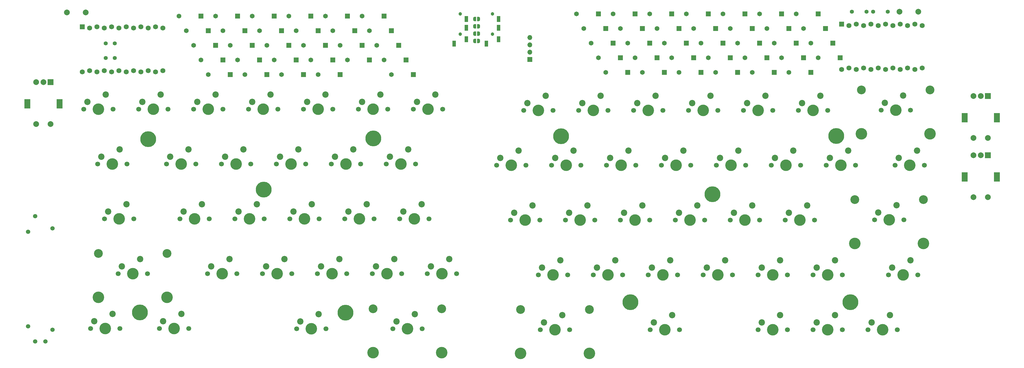
<source format=gbr>
%TF.GenerationSoftware,KiCad,Pcbnew,(7.0.0)*%
%TF.CreationDate,2023-09-10T10:39:49-04:00*%
%TF.ProjectId,RMK-complete,524d4b2d-636f-46d7-906c-6574652e6b69,rev?*%
%TF.SameCoordinates,Original*%
%TF.FileFunction,Soldermask,Top*%
%TF.FilePolarity,Negative*%
%FSLAX46Y46*%
G04 Gerber Fmt 4.6, Leading zero omitted, Abs format (unit mm)*
G04 Created by KiCad (PCBNEW (7.0.0)) date 2023-09-10 10:39:49*
%MOMM*%
%LPD*%
G01*
G04 APERTURE LIST*
G04 Aperture macros list*
%AMFreePoly0*
4,1,19,0.500000,-0.750000,0.000000,-0.750000,0.000000,-0.744911,-0.071157,-0.744911,-0.207708,-0.704816,-0.327430,-0.627875,-0.420627,-0.520320,-0.479746,-0.390866,-0.500000,-0.250000,-0.500000,0.250000,-0.479746,0.390866,-0.420627,0.520320,-0.327430,0.627875,-0.207708,0.704816,-0.071157,0.744911,0.000000,0.744911,0.000000,0.750000,0.500000,0.750000,0.500000,-0.750000,0.500000,-0.750000,
$1*%
%AMFreePoly1*
4,1,19,0.000000,0.744911,0.071157,0.744911,0.207708,0.704816,0.327430,0.627875,0.420627,0.520320,0.479746,0.390866,0.500000,0.250000,0.500000,-0.250000,0.479746,-0.390866,0.420627,-0.520320,0.327430,-0.627875,0.207708,-0.704816,0.071157,-0.744911,0.000000,-0.744911,0.000000,-0.750000,-0.500000,-0.750000,-0.500000,0.750000,0.000000,0.750000,0.000000,0.744911,0.000000,0.744911,
$1*%
G04 Aperture macros list end*
%ADD10C,1.651000*%
%ADD11R,1.651000X1.651000*%
%ADD12R,2.000000X3.200000*%
%ADD13R,2.000000X2.000000*%
%ADD14C,2.000000*%
%ADD15C,1.700000*%
%ADD16C,4.000000*%
%ADD17C,2.200000*%
%ADD18C,1.397000*%
%ADD19C,3.050000*%
%ADD20C,5.500000*%
%ADD21C,1.200000*%
%ADD22R,1.200000X2.100000*%
%ADD23C,1.500000*%
%ADD24FreePoly0,0.000000*%
%ADD25FreePoly1,0.000000*%
%ADD26R,1.700000X1.700000*%
%ADD27O,1.700000X1.700000*%
%ADD28R,1.752600X1.752600*%
%ADD29C,1.752600*%
G04 APERTURE END LIST*
D10*
%TO.C,D28*%
X160883600Y-92837000D03*
D11*
X168503599Y-92836999D03*
%TD*%
D12*
%TO.C,ROT1*%
X50913599Y-113156999D03*
X39713599Y-113156999D03*
D13*
X47813599Y-105656999D03*
D14*
X42813600Y-105657000D03*
X45313600Y-105657000D03*
X42813600Y-120157000D03*
X47813600Y-120157000D03*
%TD*%
D10*
%TO.C,D17*%
X270767381Y-86988838D03*
D11*
X278387380Y-86988837D03*
%TD*%
D15*
%TO.C,SW19*%
X140309600Y-172212000D03*
D16*
X145389600Y-172212000D03*
D15*
X150469600Y-172212000D03*
D17*
X147929600Y-167132000D03*
X141579600Y-169672000D03*
%TD*%
D18*
%TO.C,R1*%
X338077381Y-81146838D03*
X332997381Y-81146838D03*
%TD*%
D10*
%TO.C,D7*%
X245367381Y-86988838D03*
D11*
X252987380Y-86988837D03*
%TD*%
D10*
%TO.C,D27*%
X296167381Y-86988838D03*
D11*
X303787380Y-86988837D03*
%TD*%
D15*
%TO.C,SW27*%
X164185600Y-134112000D03*
D16*
X169265600Y-134112000D03*
D15*
X174345600Y-134112000D03*
D17*
X171805600Y-129032000D03*
X165455600Y-131572000D03*
%TD*%
D15*
%TO.C,SW32*%
X316741381Y-134486838D03*
D16*
X321821381Y-134486838D03*
D15*
X326901381Y-134486838D03*
D17*
X324361381Y-129406838D03*
X318011381Y-131946838D03*
%TD*%
D10*
%TO.C,D6*%
X105003600Y-82677000D03*
D11*
X112623599Y-82676999D03*
%TD*%
D15*
%TO.C,SW23*%
X283467381Y-153536838D03*
D16*
X288547381Y-153536838D03*
D15*
X293627381Y-153536838D03*
D17*
X291087381Y-148456838D03*
X284737381Y-150996838D03*
%TD*%
D10*
%TO.C,D31*%
X165963600Y-102997000D03*
D11*
X173583599Y-102996999D03*
%TD*%
D10*
%TO.C,D19*%
X275847381Y-97148838D03*
D11*
X283467380Y-97148837D03*
%TD*%
D10*
%TO.C,D12*%
X120243600Y-87757000D03*
D11*
X127863599Y-87756999D03*
%TD*%
D15*
%TO.C,SW4*%
X216919381Y-172586838D03*
D16*
X221999381Y-172586838D03*
D15*
X227079381Y-172586838D03*
D17*
X224539381Y-167506838D03*
X218189381Y-170046838D03*
%TD*%
D12*
%TO.C,ROT1*%
X375935380Y-138550837D03*
X364735380Y-138550837D03*
D13*
X372835380Y-131050837D03*
D14*
X367835381Y-131050838D03*
X370335381Y-131050838D03*
X367835381Y-145550838D03*
X372835381Y-145550838D03*
%TD*%
D10*
%TO.C,D12*%
X258067381Y-86988838D03*
D11*
X265687380Y-86988837D03*
%TD*%
D15*
%TO.C,SW11*%
X97383600Y-115062000D03*
D16*
X102463600Y-115062000D03*
D15*
X107543600Y-115062000D03*
D17*
X105003600Y-109982000D03*
X98653600Y-112522000D03*
%TD*%
D10*
%TO.C,D7*%
X107543600Y-87757000D03*
D11*
X115163599Y-87756999D03*
%TD*%
D10*
%TO.C,D18*%
X135483600Y-92837000D03*
D11*
X143103599Y-92836999D03*
%TD*%
D15*
%TO.C,SW29*%
X178409600Y-172212000D03*
D16*
X183489600Y-172212000D03*
D15*
X188569600Y-172212000D03*
D17*
X186029600Y-167132000D03*
X179679600Y-169672000D03*
%TD*%
D15*
%TO.C,SW7*%
X221491381Y-134486838D03*
D16*
X226571381Y-134486838D03*
D15*
X231651381Y-134486838D03*
D17*
X229111381Y-129406838D03*
X222761381Y-131946838D03*
%TD*%
D18*
%TO.C,R1*%
X70078600Y-97282000D03*
X70078600Y-92202000D03*
%TD*%
D19*
%TO.C,SW20*%
X159651600Y-184323000D03*
D16*
X159651600Y-199563000D03*
D15*
X166471600Y-191323000D03*
D16*
X171551600Y-191323000D03*
D15*
X176631600Y-191323000D03*
D19*
X183451600Y-184323000D03*
D16*
X183451600Y-199563000D03*
D17*
X174091600Y-186243000D03*
X167741600Y-188783000D03*
%TD*%
D14*
%TO.C,SW_A1*%
X342193381Y-81146838D03*
X348693381Y-81146838D03*
%TD*%
D15*
%TO.C,SW25*%
X331219381Y-191636838D03*
D16*
X336299381Y-191636838D03*
D15*
X341379381Y-191636838D03*
D17*
X338839381Y-186556838D03*
X332489381Y-189096838D03*
%TD*%
D10*
%TO.C,D34*%
X311407381Y-92068838D03*
D11*
X319027380Y-92068837D03*
%TD*%
D10*
%TO.C,D8*%
X247907381Y-92068838D03*
D11*
X255527380Y-92068837D03*
%TD*%
D10*
%TO.C,D22*%
X283467381Y-86988838D03*
D11*
X291087380Y-86988837D03*
%TD*%
D10*
%TO.C,D26*%
X155803600Y-82677000D03*
D11*
X163423599Y-82676999D03*
%TD*%
D15*
%TO.C,SW34*%
X338331381Y-172586838D03*
D16*
X343411381Y-172586838D03*
D15*
X348491381Y-172586838D03*
D17*
X345951381Y-167506838D03*
X339601381Y-170046838D03*
%TD*%
D15*
%TO.C,SW12*%
X107035600Y-134112000D03*
D16*
X112115600Y-134112000D03*
D15*
X117195600Y-134112000D03*
D17*
X114655600Y-129032000D03*
X108305600Y-131572000D03*
%TD*%
D14*
%TO.C,SW_A1*%
X53493600Y-81407000D03*
X59993600Y-81407000D03*
%TD*%
D20*
%TO.C,*%
X81661000Y-125476000D03*
%TD*%
D10*
%TO.C,D11*%
X255527381Y-81908838D03*
D11*
X263147380Y-81908837D03*
%TD*%
D15*
%TO.C,SW24*%
X159359600Y-172212000D03*
D16*
X164439600Y-172212000D03*
D15*
X169519600Y-172212000D03*
D17*
X166979600Y-167132000D03*
X160629600Y-169672000D03*
%TD*%
D10*
%TO.C,D26*%
X293627381Y-81908838D03*
D11*
X301247380Y-81908837D03*
%TD*%
D10*
%TO.C,D9*%
X250447381Y-97148838D03*
D11*
X258067380Y-97148837D03*
%TD*%
D10*
%TO.C,D5*%
X102463600Y-102997000D03*
D11*
X110083599Y-102996999D03*
%TD*%
D19*
%TO.C,SW4*%
X64401600Y-165146000D03*
D16*
X64401600Y-180386000D03*
D15*
X71221600Y-172146000D03*
D16*
X76301600Y-172146000D03*
D15*
X81381600Y-172146000D03*
D19*
X88201600Y-165146000D03*
D16*
X88201600Y-180386000D03*
D17*
X78841600Y-167066000D03*
X72491600Y-169606000D03*
%TD*%
D15*
%TO.C,SW6*%
X230889381Y-115436838D03*
D16*
X235969381Y-115436838D03*
D15*
X241049381Y-115436838D03*
D17*
X238509381Y-110356838D03*
X232159381Y-112896838D03*
%TD*%
D15*
%TO.C,SW2*%
X64109600Y-134112000D03*
D16*
X69189600Y-134112000D03*
D15*
X74269600Y-134112000D03*
D17*
X71729600Y-129032000D03*
X65379600Y-131572000D03*
%TD*%
D15*
%TO.C,SW27*%
X297691381Y-134486838D03*
D16*
X302771381Y-134486838D03*
D15*
X307851381Y-134486838D03*
D17*
X305311381Y-129406838D03*
X298961381Y-131946838D03*
%TD*%
D15*
%TO.C,SW9*%
X102209600Y-172212000D03*
D16*
X107289600Y-172212000D03*
D15*
X112369600Y-172212000D03*
D17*
X109829600Y-167132000D03*
X103479600Y-169672000D03*
%TD*%
D21*
%TO.C,U2*%
X201015600Y-81914500D03*
X201015600Y-88914500D03*
D22*
X203115599Y-90714499D03*
X203115599Y-86714499D03*
X203115599Y-83714499D03*
X198915599Y-92214499D03*
%TD*%
D10*
%TO.C,D10*%
X252987381Y-102228838D03*
D11*
X260607380Y-102228837D03*
%TD*%
D10*
%TO.C,D31*%
X303787381Y-102228838D03*
D11*
X311407380Y-102228837D03*
%TD*%
D19*
%TO.C,SW33*%
X326685381Y-146470838D03*
D16*
X326685381Y-161710838D03*
D15*
X333505381Y-153470838D03*
D16*
X338585381Y-153470838D03*
D15*
X343665381Y-153470838D03*
D19*
X350485381Y-146470838D03*
D16*
X350485381Y-161710838D03*
D17*
X341125381Y-148390838D03*
X334775381Y-150930838D03*
%TD*%
D10*
%TO.C,D19*%
X138023600Y-97917000D03*
D11*
X145643599Y-97916999D03*
%TD*%
D10*
%TO.C,D2*%
X94843600Y-87757000D03*
D11*
X102463599Y-87756999D03*
%TD*%
D15*
%TO.C,SW21*%
X135483600Y-115062000D03*
D16*
X140563600Y-115062000D03*
D15*
X145643600Y-115062000D03*
D17*
X143103600Y-109982000D03*
X136753600Y-112522000D03*
%TD*%
D19*
%TO.C,SW31*%
X328971381Y-108370838D03*
D16*
X328971381Y-123610838D03*
D15*
X335791381Y-115370838D03*
D16*
X340871381Y-115370838D03*
D15*
X345951381Y-115370838D03*
D19*
X352771381Y-108370838D03*
D16*
X352771381Y-123610838D03*
D17*
X343411381Y-110290838D03*
X337061381Y-112830838D03*
%TD*%
D15*
%TO.C,SW28*%
X302517381Y-153536838D03*
D16*
X307597381Y-153536838D03*
D15*
X312677381Y-153536838D03*
D17*
X310137381Y-148456838D03*
X303787381Y-150996838D03*
%TD*%
D15*
%TO.C,SW35*%
X340617381Y-134486838D03*
D16*
X345697381Y-134486838D03*
D15*
X350777381Y-134486838D03*
D17*
X348237381Y-129406838D03*
X341887381Y-131946838D03*
%TD*%
D15*
%TO.C,SW1*%
X211839381Y-115436838D03*
D16*
X216919381Y-115436838D03*
D15*
X221999381Y-115436838D03*
D17*
X219459381Y-110356838D03*
X213109381Y-112896838D03*
%TD*%
D15*
%TO.C,SW24*%
X293119381Y-172586838D03*
D16*
X298199381Y-172586838D03*
D15*
X303279381Y-172586838D03*
D17*
X300739381Y-167506838D03*
X294389381Y-170046838D03*
%TD*%
D10*
%TO.C,D8*%
X110083600Y-92837000D03*
D11*
X117703599Y-92836999D03*
%TD*%
D18*
%TO.C,R2*%
X330711381Y-81146838D03*
X325631381Y-81146838D03*
%TD*%
D15*
%TO.C,SW11*%
X249939381Y-115436838D03*
D16*
X255019381Y-115436838D03*
D15*
X260099381Y-115436838D03*
D17*
X257559381Y-110356838D03*
X251209381Y-112896838D03*
%TD*%
D15*
%TO.C,SW13*%
X111734600Y-153162000D03*
D16*
X116814600Y-153162000D03*
D15*
X121894600Y-153162000D03*
D17*
X119354600Y-148082000D03*
X113004600Y-150622000D03*
%TD*%
D10*
%TO.C,D20*%
X140563600Y-102997000D03*
D11*
X148183599Y-102996999D03*
%TD*%
D12*
%TO.C,ROT2*%
X375935380Y-117976837D03*
X364735380Y-117976837D03*
D13*
X372835380Y-110476837D03*
D14*
X367835381Y-110476838D03*
X370335381Y-110476838D03*
X367835381Y-124976838D03*
X372835381Y-124976838D03*
%TD*%
D15*
%TO.C,SW14*%
X255019381Y-172586838D03*
D16*
X260099381Y-172586838D03*
D15*
X265179381Y-172586838D03*
D17*
X262639381Y-167506838D03*
X256289381Y-170046838D03*
%TD*%
D15*
%TO.C,SW7*%
X87985600Y-134112000D03*
D16*
X93065600Y-134112000D03*
D15*
X98145600Y-134112000D03*
D17*
X95605600Y-129032000D03*
X89255600Y-131572000D03*
%TD*%
D15*
%TO.C,SW31*%
X173583600Y-115062000D03*
D16*
X178663600Y-115062000D03*
D15*
X183743600Y-115062000D03*
D17*
X181203600Y-109982000D03*
X174853600Y-112522000D03*
%TD*%
D15*
%TO.C,SW19*%
X274069381Y-172586838D03*
D16*
X279149381Y-172586838D03*
D15*
X284229381Y-172586838D03*
D17*
X281689381Y-167506838D03*
X275339381Y-170046838D03*
%TD*%
D15*
%TO.C,SW28*%
X168884600Y-153162000D03*
D16*
X173964600Y-153162000D03*
D15*
X179044600Y-153162000D03*
D17*
X176504600Y-148082000D03*
X170154600Y-150622000D03*
%TD*%
D10*
%TO.C,D14*%
X125323600Y-97917000D03*
D11*
X132943599Y-97916999D03*
%TD*%
D10*
%TO.C,D16*%
X130403600Y-82677000D03*
D11*
X138023599Y-82676999D03*
%TD*%
D15*
%TO.C,SW15*%
X293119381Y-191636838D03*
D16*
X298199381Y-191636838D03*
D15*
X303279381Y-191636838D03*
D17*
X300739381Y-186556838D03*
X294389381Y-189096838D03*
%TD*%
D18*
%TO.C,R2*%
X66903600Y-97282000D03*
X66903600Y-92202000D03*
%TD*%
D23*
%TO.C,RV1*%
X48463600Y-191622000D03*
X39963600Y-190422000D03*
X39963600Y-157622000D03*
X48463600Y-156422000D03*
X42463600Y-195722000D03*
X45963600Y-195722000D03*
X42463600Y-152222000D03*
%TD*%
D15*
%TO.C,SW16*%
X268989381Y-115436838D03*
D16*
X274069381Y-115436838D03*
D15*
X279149381Y-115436838D03*
D17*
X276609381Y-110356838D03*
X270259381Y-112896838D03*
%TD*%
D20*
%TO.C,*%
X121691400Y-143002000D03*
%TD*%
%TO.C,*%
X224815400Y-124409200D03*
%TD*%
D15*
%TO.C,SW2*%
X202441381Y-134486838D03*
D16*
X207521381Y-134486838D03*
D15*
X212601381Y-134486838D03*
D17*
X210061381Y-129406838D03*
X203711381Y-131946838D03*
%TD*%
D15*
%TO.C,SW17*%
X126085600Y-134112000D03*
D16*
X131165600Y-134112000D03*
D15*
X136245600Y-134112000D03*
D17*
X133705600Y-129032000D03*
X127355600Y-131572000D03*
%TD*%
D15*
%TO.C,SW22*%
X278641381Y-134486838D03*
D16*
X283721381Y-134486838D03*
D15*
X288801381Y-134486838D03*
D17*
X286261381Y-129406838D03*
X279911381Y-131946838D03*
%TD*%
D15*
%TO.C,SW14*%
X121259600Y-172212000D03*
D16*
X126339600Y-172212000D03*
D15*
X131419600Y-172212000D03*
D17*
X128879600Y-167132000D03*
X122529600Y-169672000D03*
%TD*%
D10*
%TO.C,D1*%
X230127381Y-81908838D03*
D11*
X237747380Y-81908837D03*
%TD*%
D15*
%TO.C,SW21*%
X288039381Y-115436838D03*
D16*
X293119381Y-115436838D03*
D15*
X298199381Y-115436838D03*
D17*
X295659381Y-110356838D03*
X289309381Y-112896838D03*
%TD*%
D15*
%TO.C,SW8*%
X226317381Y-153536838D03*
D16*
X231397381Y-153536838D03*
D15*
X236477381Y-153536838D03*
D17*
X233937381Y-148456838D03*
X227587381Y-150996838D03*
%TD*%
D10*
%TO.C,D27*%
X158343600Y-87757000D03*
D11*
X165963599Y-87756999D03*
%TD*%
D10*
%TO.C,D32*%
X306327381Y-81908838D03*
D11*
X313947380Y-81908837D03*
%TD*%
D10*
%TO.C,D4*%
X99923600Y-97917000D03*
D11*
X107543599Y-97916999D03*
%TD*%
D15*
%TO.C,SW13*%
X245367381Y-153536838D03*
D16*
X250447381Y-153536838D03*
D15*
X255527381Y-153536838D03*
D17*
X252987381Y-148456838D03*
X246637381Y-150996838D03*
%TD*%
D10*
%TO.C,D15*%
X127863600Y-102997000D03*
D11*
X135483599Y-102996999D03*
%TD*%
D15*
%TO.C,SW6*%
X78333600Y-115062000D03*
D16*
X83413600Y-115062000D03*
D15*
X88493600Y-115062000D03*
D17*
X85953600Y-109982000D03*
X79603600Y-112522000D03*
%TD*%
D20*
%TO.C,*%
X277342600Y-144576800D03*
%TD*%
D24*
%TO.C,*%
X194879200Y-83718400D03*
D25*
X196179200Y-83718400D03*
%TD*%
D10*
%TO.C,D13*%
X260607381Y-92068838D03*
D11*
X268227380Y-92068837D03*
%TD*%
D26*
%TO.C,J1*%
X213947980Y-97773837D03*
D27*
X213947980Y-95233837D03*
X213947980Y-92693837D03*
X213947980Y-90153837D03*
%TD*%
D10*
%TO.C,D3*%
X97383600Y-92837000D03*
D11*
X105003599Y-92836999D03*
%TD*%
D10*
%TO.C,D5*%
X240287381Y-102228838D03*
D11*
X247907380Y-102228837D03*
%TD*%
D15*
%TO.C,SW12*%
X240541381Y-134486838D03*
D16*
X245621381Y-134486838D03*
D15*
X250701381Y-134486838D03*
D17*
X248161381Y-129406838D03*
X241811381Y-131946838D03*
%TD*%
D24*
%TO.C,*%
X194879200Y-88798400D03*
D25*
X196179200Y-88798400D03*
%TD*%
D10*
%TO.C,D4*%
X237747381Y-97148838D03*
D11*
X245367380Y-97148837D03*
%TD*%
D15*
%TO.C,SW26*%
X154533600Y-115062000D03*
D16*
X159613600Y-115062000D03*
D15*
X164693600Y-115062000D03*
D17*
X162153600Y-109982000D03*
X155803600Y-112522000D03*
%TD*%
D15*
%TO.C,SW18*%
X130784600Y-153162000D03*
D16*
X135864600Y-153162000D03*
D15*
X140944600Y-153162000D03*
D17*
X138404600Y-148082000D03*
X132054600Y-150622000D03*
%TD*%
D20*
%TO.C,*%
X150088600Y-185724800D03*
%TD*%
D10*
%TO.C,D6*%
X242827381Y-81908838D03*
D11*
X250447380Y-81908837D03*
%TD*%
D15*
%TO.C,SW20*%
X312169381Y-191636838D03*
D16*
X317249381Y-191636838D03*
D15*
X322329381Y-191636838D03*
D17*
X319789381Y-186556838D03*
X313439381Y-189096838D03*
%TD*%
D10*
%TO.C,D22*%
X145643600Y-87757000D03*
D11*
X153263599Y-87756999D03*
%TD*%
D10*
%TO.C,D20*%
X278387381Y-102228838D03*
D11*
X286007380Y-102228837D03*
%TD*%
D10*
%TO.C,D1*%
X92303600Y-82677000D03*
D11*
X99923599Y-82676999D03*
%TD*%
D10*
%TO.C,D23*%
X148183600Y-92837000D03*
D11*
X155803599Y-92836999D03*
%TD*%
D10*
%TO.C,D35*%
X313947381Y-97148838D03*
D11*
X321567380Y-97148837D03*
%TD*%
D10*
%TO.C,D3*%
X235207381Y-92068838D03*
D11*
X242827380Y-92068837D03*
%TD*%
D15*
%TO.C,SW10*%
X255727200Y-191668400D03*
D16*
X260807200Y-191668400D03*
D15*
X265887200Y-191668400D03*
D17*
X263347200Y-186588400D03*
X256997200Y-189128400D03*
%TD*%
D15*
%TO.C,SW22*%
X145135600Y-134112000D03*
D16*
X150215600Y-134112000D03*
D15*
X155295600Y-134112000D03*
D17*
X152755600Y-129032000D03*
X146405600Y-131572000D03*
%TD*%
D15*
%TO.C,SW5*%
X61696600Y-191262000D03*
D16*
X66776600Y-191262000D03*
D15*
X71856600Y-191262000D03*
D17*
X69316600Y-186182000D03*
X62966600Y-188722000D03*
%TD*%
D15*
%TO.C,SW15*%
X133146800Y-191312800D03*
D16*
X138226800Y-191312800D03*
D15*
X143306800Y-191312800D03*
D17*
X140766800Y-186232800D03*
X134416800Y-188772800D03*
%TD*%
D10*
%TO.C,D11*%
X117703600Y-82677000D03*
D11*
X125323599Y-82676999D03*
%TD*%
D10*
%TO.C,D9*%
X112623600Y-97917000D03*
D11*
X120243599Y-97916999D03*
%TD*%
D15*
%TO.C,SW16*%
X116433600Y-115062000D03*
D16*
X121513600Y-115062000D03*
D15*
X126593600Y-115062000D03*
D17*
X124053600Y-109982000D03*
X117703600Y-112522000D03*
%TD*%
D10*
%TO.C,D29*%
X163423600Y-97917000D03*
D11*
X171043599Y-97916999D03*
%TD*%
D15*
%TO.C,SW1*%
X59283600Y-115062000D03*
D16*
X64363600Y-115062000D03*
D15*
X69443600Y-115062000D03*
D17*
X66903600Y-109982000D03*
X60553600Y-112522000D03*
%TD*%
D15*
%TO.C,SW17*%
X259591381Y-134486838D03*
D16*
X264671381Y-134486838D03*
D15*
X269751381Y-134486838D03*
D17*
X267211381Y-129406838D03*
X260861381Y-131946838D03*
%TD*%
D15*
%TO.C,SW10*%
X85572600Y-191262000D03*
D16*
X90652600Y-191262000D03*
D15*
X95732600Y-191262000D03*
D17*
X93192600Y-186182000D03*
X86842600Y-188722000D03*
%TD*%
D15*
%TO.C,SW18*%
X264417381Y-153536838D03*
D16*
X269497381Y-153536838D03*
D15*
X274577381Y-153536838D03*
D17*
X272037381Y-148456838D03*
X265687381Y-150996838D03*
%TD*%
D21*
%TO.C,U2*%
X189839600Y-81914500D03*
X189839600Y-88914500D03*
D22*
X191939599Y-90714499D03*
X191939599Y-86714499D03*
X191939599Y-83714499D03*
X187739599Y-92214499D03*
%TD*%
D10*
%TO.C,D33*%
X308867381Y-86988838D03*
D11*
X316487380Y-86988837D03*
%TD*%
D10*
%TO.C,D15*%
X265687381Y-102228838D03*
D11*
X273307380Y-102228837D03*
%TD*%
D24*
%TO.C,*%
X194879200Y-91338400D03*
D25*
X196179200Y-91338400D03*
%TD*%
D20*
%TO.C,*%
X248894600Y-182118000D03*
%TD*%
D10*
%TO.C,D21*%
X143103600Y-82677000D03*
D11*
X150723599Y-82676999D03*
%TD*%
D10*
%TO.C,D25*%
X291087381Y-102228838D03*
D11*
X298707380Y-102228837D03*
%TD*%
D10*
%TO.C,D24*%
X150723600Y-97917000D03*
D11*
X158343599Y-97916999D03*
%TD*%
D20*
%TO.C,*%
X78765400Y-185674000D03*
%TD*%
D10*
%TO.C,D24*%
X288547381Y-97148838D03*
D11*
X296167380Y-97148837D03*
%TD*%
D15*
%TO.C,SW9*%
X235969381Y-172586838D03*
D16*
X241049381Y-172586838D03*
D15*
X246129381Y-172586838D03*
D17*
X243589381Y-167506838D03*
X237239381Y-170046838D03*
%TD*%
D10*
%TO.C,D28*%
X298707381Y-92068838D03*
D11*
X306327380Y-92068837D03*
%TD*%
D10*
%TO.C,D14*%
X263147381Y-97148838D03*
D11*
X270767380Y-97148837D03*
%TD*%
D10*
%TO.C,D13*%
X122783600Y-92837000D03*
D11*
X130403599Y-92836999D03*
%TD*%
D10*
%TO.C,D23*%
X286007381Y-92068838D03*
D11*
X293627380Y-92068837D03*
%TD*%
D15*
%TO.C,SW29*%
X312169381Y-172586838D03*
D16*
X317249381Y-172586838D03*
D15*
X322329381Y-172586838D03*
D17*
X319789381Y-167506838D03*
X313439381Y-170046838D03*
%TD*%
D10*
%TO.C,D21*%
X280927381Y-81908838D03*
D11*
X288547380Y-81908837D03*
%TD*%
D10*
%TO.C,D10*%
X115163600Y-102997000D03*
D11*
X122783599Y-102996999D03*
%TD*%
D10*
%TO.C,D18*%
X273307381Y-92068838D03*
D11*
X280927380Y-92068837D03*
%TD*%
D15*
%TO.C,SW26*%
X307089381Y-115436838D03*
D16*
X312169381Y-115436838D03*
D15*
X317249381Y-115436838D03*
D17*
X314709381Y-110356838D03*
X308359381Y-112896838D03*
%TD*%
D10*
%TO.C,D2*%
X232667381Y-86988838D03*
D11*
X240287380Y-86988837D03*
%TD*%
D10*
%TO.C,D17*%
X132943600Y-87757000D03*
D11*
X140563599Y-87756999D03*
%TD*%
D15*
%TO.C,SW23*%
X149834600Y-153162000D03*
D16*
X154914600Y-153162000D03*
D15*
X159994600Y-153162000D03*
D17*
X157454600Y-148082000D03*
X151104600Y-150622000D03*
%TD*%
D19*
%TO.C,SW5*%
X210807200Y-184653200D03*
D16*
X210807200Y-199893200D03*
D15*
X217627200Y-191653200D03*
D16*
X222707200Y-191653200D03*
D15*
X227787200Y-191653200D03*
D19*
X234607200Y-184653200D03*
D16*
X234607200Y-199893200D03*
D17*
X225247200Y-186573200D03*
X218897200Y-189113200D03*
%TD*%
D15*
%TO.C,SW8*%
X92684600Y-153162000D03*
D16*
X97764600Y-153162000D03*
D15*
X102844600Y-153162000D03*
D17*
X100304600Y-148082000D03*
X93954600Y-150622000D03*
%TD*%
D20*
%TO.C,*%
X320217800Y-124358400D03*
%TD*%
%TO.C,*%
X159740600Y-125222000D03*
%TD*%
D10*
%TO.C,D16*%
X268227381Y-81908838D03*
D11*
X275847380Y-81908837D03*
%TD*%
D10*
%TO.C,D29*%
X301247381Y-97148838D03*
D11*
X308867380Y-97148837D03*
%TD*%
D15*
%TO.C,SW3*%
X66522600Y-153162000D03*
D16*
X71602600Y-153162000D03*
D15*
X76682600Y-153162000D03*
D17*
X74142600Y-148082000D03*
X67792600Y-150622000D03*
%TD*%
D20*
%TO.C,*%
X325145400Y-182067200D03*
%TD*%
D24*
%TO.C,*%
X194879200Y-86258400D03*
D25*
X196179200Y-86258400D03*
%TD*%
D15*
%TO.C,SW3*%
X207267381Y-153536838D03*
D16*
X212347381Y-153536838D03*
D15*
X217427381Y-153536838D03*
D17*
X214887381Y-148456838D03*
X208537381Y-150996838D03*
%TD*%
D28*
%TO.C,U1*%
X58775599Y-86385399D03*
D29*
X61315600Y-86842600D03*
X63855600Y-86385400D03*
X66395600Y-86842600D03*
X68935600Y-86385400D03*
X71475600Y-86842600D03*
X74015600Y-86385400D03*
X76555600Y-86842600D03*
X79095600Y-86385400D03*
X81635600Y-86842600D03*
X84175600Y-86385400D03*
X86715600Y-86842600D03*
X86715600Y-101625400D03*
X84175600Y-102082600D03*
X81635600Y-101625400D03*
X79095600Y-102082600D03*
X76555600Y-101625400D03*
X74015600Y-102082600D03*
X71475600Y-101625400D03*
X68935600Y-102082600D03*
X66395600Y-101625400D03*
X63855600Y-102082600D03*
X61315600Y-101625400D03*
X58775600Y-102082600D03*
%TD*%
D28*
%TO.C,U1*%
X322075380Y-85490237D03*
D29*
X324615381Y-85947438D03*
X327155381Y-85490238D03*
X329695381Y-85947438D03*
X332235381Y-85490238D03*
X334775381Y-85947438D03*
X337315381Y-85490238D03*
X339855381Y-85947438D03*
X342395381Y-85490238D03*
X344935381Y-85947438D03*
X347475381Y-85490238D03*
X350015381Y-85947438D03*
X350015381Y-100730238D03*
X347475381Y-101187438D03*
X344935381Y-100730238D03*
X342395381Y-101187438D03*
X339855381Y-100730238D03*
X337315381Y-101187438D03*
X334775381Y-100730238D03*
X332235381Y-101187438D03*
X329695381Y-100730238D03*
X327155381Y-101187438D03*
X324615381Y-100730238D03*
X322075381Y-101187438D03*
%TD*%
M02*

</source>
